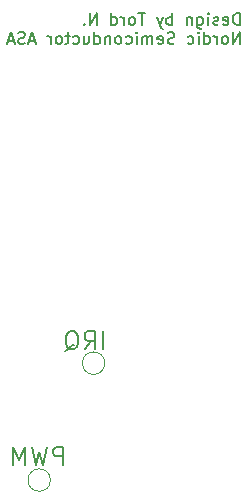
<source format=gbr>
%TF.GenerationSoftware,KiCad,Pcbnew,7.0.5-0*%
%TF.CreationDate,2023-07-31T21:18:35+02:00*%
%TF.ProjectId,wireless-wizard-wand,77697265-6c65-4737-932d-77697a617264,rev?*%
%TF.SameCoordinates,Original*%
%TF.FileFunction,Legend,Bot*%
%TF.FilePolarity,Positive*%
%FSLAX46Y46*%
G04 Gerber Fmt 4.6, Leading zero omitted, Abs format (unit mm)*
G04 Created by KiCad (PCBNEW 7.0.5-0) date 2023-07-31 21:18:35*
%MOMM*%
%LPD*%
G01*
G04 APERTURE LIST*
%ADD10C,0.150000*%
%ADD11C,0.200000*%
%ADD12C,0.120000*%
G04 APERTURE END LIST*
D10*
X104963220Y-30059819D02*
X104963220Y-29059819D01*
X104963220Y-29059819D02*
X104725125Y-29059819D01*
X104725125Y-29059819D02*
X104582268Y-29107438D01*
X104582268Y-29107438D02*
X104487030Y-29202676D01*
X104487030Y-29202676D02*
X104439411Y-29297914D01*
X104439411Y-29297914D02*
X104391792Y-29488390D01*
X104391792Y-29488390D02*
X104391792Y-29631247D01*
X104391792Y-29631247D02*
X104439411Y-29821723D01*
X104439411Y-29821723D02*
X104487030Y-29916961D01*
X104487030Y-29916961D02*
X104582268Y-30012200D01*
X104582268Y-30012200D02*
X104725125Y-30059819D01*
X104725125Y-30059819D02*
X104963220Y-30059819D01*
X103582268Y-30012200D02*
X103677506Y-30059819D01*
X103677506Y-30059819D02*
X103867982Y-30059819D01*
X103867982Y-30059819D02*
X103963220Y-30012200D01*
X103963220Y-30012200D02*
X104010839Y-29916961D01*
X104010839Y-29916961D02*
X104010839Y-29536009D01*
X104010839Y-29536009D02*
X103963220Y-29440771D01*
X103963220Y-29440771D02*
X103867982Y-29393152D01*
X103867982Y-29393152D02*
X103677506Y-29393152D01*
X103677506Y-29393152D02*
X103582268Y-29440771D01*
X103582268Y-29440771D02*
X103534649Y-29536009D01*
X103534649Y-29536009D02*
X103534649Y-29631247D01*
X103534649Y-29631247D02*
X104010839Y-29726485D01*
X103153696Y-30012200D02*
X103058458Y-30059819D01*
X103058458Y-30059819D02*
X102867982Y-30059819D01*
X102867982Y-30059819D02*
X102772744Y-30012200D01*
X102772744Y-30012200D02*
X102725125Y-29916961D01*
X102725125Y-29916961D02*
X102725125Y-29869342D01*
X102725125Y-29869342D02*
X102772744Y-29774104D01*
X102772744Y-29774104D02*
X102867982Y-29726485D01*
X102867982Y-29726485D02*
X103010839Y-29726485D01*
X103010839Y-29726485D02*
X103106077Y-29678866D01*
X103106077Y-29678866D02*
X103153696Y-29583628D01*
X103153696Y-29583628D02*
X103153696Y-29536009D01*
X103153696Y-29536009D02*
X103106077Y-29440771D01*
X103106077Y-29440771D02*
X103010839Y-29393152D01*
X103010839Y-29393152D02*
X102867982Y-29393152D01*
X102867982Y-29393152D02*
X102772744Y-29440771D01*
X102296553Y-30059819D02*
X102296553Y-29393152D01*
X102296553Y-29059819D02*
X102344172Y-29107438D01*
X102344172Y-29107438D02*
X102296553Y-29155057D01*
X102296553Y-29155057D02*
X102248934Y-29107438D01*
X102248934Y-29107438D02*
X102296553Y-29059819D01*
X102296553Y-29059819D02*
X102296553Y-29155057D01*
X101391792Y-29393152D02*
X101391792Y-30202676D01*
X101391792Y-30202676D02*
X101439411Y-30297914D01*
X101439411Y-30297914D02*
X101487030Y-30345533D01*
X101487030Y-30345533D02*
X101582268Y-30393152D01*
X101582268Y-30393152D02*
X101725125Y-30393152D01*
X101725125Y-30393152D02*
X101820363Y-30345533D01*
X101391792Y-30012200D02*
X101487030Y-30059819D01*
X101487030Y-30059819D02*
X101677506Y-30059819D01*
X101677506Y-30059819D02*
X101772744Y-30012200D01*
X101772744Y-30012200D02*
X101820363Y-29964580D01*
X101820363Y-29964580D02*
X101867982Y-29869342D01*
X101867982Y-29869342D02*
X101867982Y-29583628D01*
X101867982Y-29583628D02*
X101820363Y-29488390D01*
X101820363Y-29488390D02*
X101772744Y-29440771D01*
X101772744Y-29440771D02*
X101677506Y-29393152D01*
X101677506Y-29393152D02*
X101487030Y-29393152D01*
X101487030Y-29393152D02*
X101391792Y-29440771D01*
X100915601Y-29393152D02*
X100915601Y-30059819D01*
X100915601Y-29488390D02*
X100867982Y-29440771D01*
X100867982Y-29440771D02*
X100772744Y-29393152D01*
X100772744Y-29393152D02*
X100629887Y-29393152D01*
X100629887Y-29393152D02*
X100534649Y-29440771D01*
X100534649Y-29440771D02*
X100487030Y-29536009D01*
X100487030Y-29536009D02*
X100487030Y-30059819D01*
X99248934Y-30059819D02*
X99248934Y-29059819D01*
X99248934Y-29440771D02*
X99153696Y-29393152D01*
X99153696Y-29393152D02*
X98963220Y-29393152D01*
X98963220Y-29393152D02*
X98867982Y-29440771D01*
X98867982Y-29440771D02*
X98820363Y-29488390D01*
X98820363Y-29488390D02*
X98772744Y-29583628D01*
X98772744Y-29583628D02*
X98772744Y-29869342D01*
X98772744Y-29869342D02*
X98820363Y-29964580D01*
X98820363Y-29964580D02*
X98867982Y-30012200D01*
X98867982Y-30012200D02*
X98963220Y-30059819D01*
X98963220Y-30059819D02*
X99153696Y-30059819D01*
X99153696Y-30059819D02*
X99248934Y-30012200D01*
X98439410Y-29393152D02*
X98201315Y-30059819D01*
X97963220Y-29393152D02*
X98201315Y-30059819D01*
X98201315Y-30059819D02*
X98296553Y-30297914D01*
X98296553Y-30297914D02*
X98344172Y-30345533D01*
X98344172Y-30345533D02*
X98439410Y-30393152D01*
X96963219Y-29059819D02*
X96391791Y-29059819D01*
X96677505Y-30059819D02*
X96677505Y-29059819D01*
X95915600Y-30059819D02*
X96010838Y-30012200D01*
X96010838Y-30012200D02*
X96058457Y-29964580D01*
X96058457Y-29964580D02*
X96106076Y-29869342D01*
X96106076Y-29869342D02*
X96106076Y-29583628D01*
X96106076Y-29583628D02*
X96058457Y-29488390D01*
X96058457Y-29488390D02*
X96010838Y-29440771D01*
X96010838Y-29440771D02*
X95915600Y-29393152D01*
X95915600Y-29393152D02*
X95772743Y-29393152D01*
X95772743Y-29393152D02*
X95677505Y-29440771D01*
X95677505Y-29440771D02*
X95629886Y-29488390D01*
X95629886Y-29488390D02*
X95582267Y-29583628D01*
X95582267Y-29583628D02*
X95582267Y-29869342D01*
X95582267Y-29869342D02*
X95629886Y-29964580D01*
X95629886Y-29964580D02*
X95677505Y-30012200D01*
X95677505Y-30012200D02*
X95772743Y-30059819D01*
X95772743Y-30059819D02*
X95915600Y-30059819D01*
X95153695Y-30059819D02*
X95153695Y-29393152D01*
X95153695Y-29583628D02*
X95106076Y-29488390D01*
X95106076Y-29488390D02*
X95058457Y-29440771D01*
X95058457Y-29440771D02*
X94963219Y-29393152D01*
X94963219Y-29393152D02*
X94867981Y-29393152D01*
X94106076Y-30059819D02*
X94106076Y-29059819D01*
X94106076Y-30012200D02*
X94201314Y-30059819D01*
X94201314Y-30059819D02*
X94391790Y-30059819D01*
X94391790Y-30059819D02*
X94487028Y-30012200D01*
X94487028Y-30012200D02*
X94534647Y-29964580D01*
X94534647Y-29964580D02*
X94582266Y-29869342D01*
X94582266Y-29869342D02*
X94582266Y-29583628D01*
X94582266Y-29583628D02*
X94534647Y-29488390D01*
X94534647Y-29488390D02*
X94487028Y-29440771D01*
X94487028Y-29440771D02*
X94391790Y-29393152D01*
X94391790Y-29393152D02*
X94201314Y-29393152D01*
X94201314Y-29393152D02*
X94106076Y-29440771D01*
X92867980Y-30059819D02*
X92867980Y-29059819D01*
X92867980Y-29059819D02*
X92296552Y-30059819D01*
X92296552Y-30059819D02*
X92296552Y-29059819D01*
X91820361Y-29964580D02*
X91772742Y-30012200D01*
X91772742Y-30012200D02*
X91820361Y-30059819D01*
X91820361Y-30059819D02*
X91867980Y-30012200D01*
X91867980Y-30012200D02*
X91820361Y-29964580D01*
X91820361Y-29964580D02*
X91820361Y-30059819D01*
X104963220Y-31669819D02*
X104963220Y-30669819D01*
X104963220Y-30669819D02*
X104391792Y-31669819D01*
X104391792Y-31669819D02*
X104391792Y-30669819D01*
X103772744Y-31669819D02*
X103867982Y-31622200D01*
X103867982Y-31622200D02*
X103915601Y-31574580D01*
X103915601Y-31574580D02*
X103963220Y-31479342D01*
X103963220Y-31479342D02*
X103963220Y-31193628D01*
X103963220Y-31193628D02*
X103915601Y-31098390D01*
X103915601Y-31098390D02*
X103867982Y-31050771D01*
X103867982Y-31050771D02*
X103772744Y-31003152D01*
X103772744Y-31003152D02*
X103629887Y-31003152D01*
X103629887Y-31003152D02*
X103534649Y-31050771D01*
X103534649Y-31050771D02*
X103487030Y-31098390D01*
X103487030Y-31098390D02*
X103439411Y-31193628D01*
X103439411Y-31193628D02*
X103439411Y-31479342D01*
X103439411Y-31479342D02*
X103487030Y-31574580D01*
X103487030Y-31574580D02*
X103534649Y-31622200D01*
X103534649Y-31622200D02*
X103629887Y-31669819D01*
X103629887Y-31669819D02*
X103772744Y-31669819D01*
X103010839Y-31669819D02*
X103010839Y-31003152D01*
X103010839Y-31193628D02*
X102963220Y-31098390D01*
X102963220Y-31098390D02*
X102915601Y-31050771D01*
X102915601Y-31050771D02*
X102820363Y-31003152D01*
X102820363Y-31003152D02*
X102725125Y-31003152D01*
X101963220Y-31669819D02*
X101963220Y-30669819D01*
X101963220Y-31622200D02*
X102058458Y-31669819D01*
X102058458Y-31669819D02*
X102248934Y-31669819D01*
X102248934Y-31669819D02*
X102344172Y-31622200D01*
X102344172Y-31622200D02*
X102391791Y-31574580D01*
X102391791Y-31574580D02*
X102439410Y-31479342D01*
X102439410Y-31479342D02*
X102439410Y-31193628D01*
X102439410Y-31193628D02*
X102391791Y-31098390D01*
X102391791Y-31098390D02*
X102344172Y-31050771D01*
X102344172Y-31050771D02*
X102248934Y-31003152D01*
X102248934Y-31003152D02*
X102058458Y-31003152D01*
X102058458Y-31003152D02*
X101963220Y-31050771D01*
X101487029Y-31669819D02*
X101487029Y-31003152D01*
X101487029Y-30669819D02*
X101534648Y-30717438D01*
X101534648Y-30717438D02*
X101487029Y-30765057D01*
X101487029Y-30765057D02*
X101439410Y-30717438D01*
X101439410Y-30717438D02*
X101487029Y-30669819D01*
X101487029Y-30669819D02*
X101487029Y-30765057D01*
X100582268Y-31622200D02*
X100677506Y-31669819D01*
X100677506Y-31669819D02*
X100867982Y-31669819D01*
X100867982Y-31669819D02*
X100963220Y-31622200D01*
X100963220Y-31622200D02*
X101010839Y-31574580D01*
X101010839Y-31574580D02*
X101058458Y-31479342D01*
X101058458Y-31479342D02*
X101058458Y-31193628D01*
X101058458Y-31193628D02*
X101010839Y-31098390D01*
X101010839Y-31098390D02*
X100963220Y-31050771D01*
X100963220Y-31050771D02*
X100867982Y-31003152D01*
X100867982Y-31003152D02*
X100677506Y-31003152D01*
X100677506Y-31003152D02*
X100582268Y-31050771D01*
X99439410Y-31622200D02*
X99296553Y-31669819D01*
X99296553Y-31669819D02*
X99058458Y-31669819D01*
X99058458Y-31669819D02*
X98963220Y-31622200D01*
X98963220Y-31622200D02*
X98915601Y-31574580D01*
X98915601Y-31574580D02*
X98867982Y-31479342D01*
X98867982Y-31479342D02*
X98867982Y-31384104D01*
X98867982Y-31384104D02*
X98915601Y-31288866D01*
X98915601Y-31288866D02*
X98963220Y-31241247D01*
X98963220Y-31241247D02*
X99058458Y-31193628D01*
X99058458Y-31193628D02*
X99248934Y-31146009D01*
X99248934Y-31146009D02*
X99344172Y-31098390D01*
X99344172Y-31098390D02*
X99391791Y-31050771D01*
X99391791Y-31050771D02*
X99439410Y-30955533D01*
X99439410Y-30955533D02*
X99439410Y-30860295D01*
X99439410Y-30860295D02*
X99391791Y-30765057D01*
X99391791Y-30765057D02*
X99344172Y-30717438D01*
X99344172Y-30717438D02*
X99248934Y-30669819D01*
X99248934Y-30669819D02*
X99010839Y-30669819D01*
X99010839Y-30669819D02*
X98867982Y-30717438D01*
X98058458Y-31622200D02*
X98153696Y-31669819D01*
X98153696Y-31669819D02*
X98344172Y-31669819D01*
X98344172Y-31669819D02*
X98439410Y-31622200D01*
X98439410Y-31622200D02*
X98487029Y-31526961D01*
X98487029Y-31526961D02*
X98487029Y-31146009D01*
X98487029Y-31146009D02*
X98439410Y-31050771D01*
X98439410Y-31050771D02*
X98344172Y-31003152D01*
X98344172Y-31003152D02*
X98153696Y-31003152D01*
X98153696Y-31003152D02*
X98058458Y-31050771D01*
X98058458Y-31050771D02*
X98010839Y-31146009D01*
X98010839Y-31146009D02*
X98010839Y-31241247D01*
X98010839Y-31241247D02*
X98487029Y-31336485D01*
X97582267Y-31669819D02*
X97582267Y-31003152D01*
X97582267Y-31098390D02*
X97534648Y-31050771D01*
X97534648Y-31050771D02*
X97439410Y-31003152D01*
X97439410Y-31003152D02*
X97296553Y-31003152D01*
X97296553Y-31003152D02*
X97201315Y-31050771D01*
X97201315Y-31050771D02*
X97153696Y-31146009D01*
X97153696Y-31146009D02*
X97153696Y-31669819D01*
X97153696Y-31146009D02*
X97106077Y-31050771D01*
X97106077Y-31050771D02*
X97010839Y-31003152D01*
X97010839Y-31003152D02*
X96867982Y-31003152D01*
X96867982Y-31003152D02*
X96772743Y-31050771D01*
X96772743Y-31050771D02*
X96725124Y-31146009D01*
X96725124Y-31146009D02*
X96725124Y-31669819D01*
X96248934Y-31669819D02*
X96248934Y-31003152D01*
X96248934Y-30669819D02*
X96296553Y-30717438D01*
X96296553Y-30717438D02*
X96248934Y-30765057D01*
X96248934Y-30765057D02*
X96201315Y-30717438D01*
X96201315Y-30717438D02*
X96248934Y-30669819D01*
X96248934Y-30669819D02*
X96248934Y-30765057D01*
X95344173Y-31622200D02*
X95439411Y-31669819D01*
X95439411Y-31669819D02*
X95629887Y-31669819D01*
X95629887Y-31669819D02*
X95725125Y-31622200D01*
X95725125Y-31622200D02*
X95772744Y-31574580D01*
X95772744Y-31574580D02*
X95820363Y-31479342D01*
X95820363Y-31479342D02*
X95820363Y-31193628D01*
X95820363Y-31193628D02*
X95772744Y-31098390D01*
X95772744Y-31098390D02*
X95725125Y-31050771D01*
X95725125Y-31050771D02*
X95629887Y-31003152D01*
X95629887Y-31003152D02*
X95439411Y-31003152D01*
X95439411Y-31003152D02*
X95344173Y-31050771D01*
X94772744Y-31669819D02*
X94867982Y-31622200D01*
X94867982Y-31622200D02*
X94915601Y-31574580D01*
X94915601Y-31574580D02*
X94963220Y-31479342D01*
X94963220Y-31479342D02*
X94963220Y-31193628D01*
X94963220Y-31193628D02*
X94915601Y-31098390D01*
X94915601Y-31098390D02*
X94867982Y-31050771D01*
X94867982Y-31050771D02*
X94772744Y-31003152D01*
X94772744Y-31003152D02*
X94629887Y-31003152D01*
X94629887Y-31003152D02*
X94534649Y-31050771D01*
X94534649Y-31050771D02*
X94487030Y-31098390D01*
X94487030Y-31098390D02*
X94439411Y-31193628D01*
X94439411Y-31193628D02*
X94439411Y-31479342D01*
X94439411Y-31479342D02*
X94487030Y-31574580D01*
X94487030Y-31574580D02*
X94534649Y-31622200D01*
X94534649Y-31622200D02*
X94629887Y-31669819D01*
X94629887Y-31669819D02*
X94772744Y-31669819D01*
X94010839Y-31003152D02*
X94010839Y-31669819D01*
X94010839Y-31098390D02*
X93963220Y-31050771D01*
X93963220Y-31050771D02*
X93867982Y-31003152D01*
X93867982Y-31003152D02*
X93725125Y-31003152D01*
X93725125Y-31003152D02*
X93629887Y-31050771D01*
X93629887Y-31050771D02*
X93582268Y-31146009D01*
X93582268Y-31146009D02*
X93582268Y-31669819D01*
X92677506Y-31669819D02*
X92677506Y-30669819D01*
X92677506Y-31622200D02*
X92772744Y-31669819D01*
X92772744Y-31669819D02*
X92963220Y-31669819D01*
X92963220Y-31669819D02*
X93058458Y-31622200D01*
X93058458Y-31622200D02*
X93106077Y-31574580D01*
X93106077Y-31574580D02*
X93153696Y-31479342D01*
X93153696Y-31479342D02*
X93153696Y-31193628D01*
X93153696Y-31193628D02*
X93106077Y-31098390D01*
X93106077Y-31098390D02*
X93058458Y-31050771D01*
X93058458Y-31050771D02*
X92963220Y-31003152D01*
X92963220Y-31003152D02*
X92772744Y-31003152D01*
X92772744Y-31003152D02*
X92677506Y-31050771D01*
X91772744Y-31003152D02*
X91772744Y-31669819D01*
X92201315Y-31003152D02*
X92201315Y-31526961D01*
X92201315Y-31526961D02*
X92153696Y-31622200D01*
X92153696Y-31622200D02*
X92058458Y-31669819D01*
X92058458Y-31669819D02*
X91915601Y-31669819D01*
X91915601Y-31669819D02*
X91820363Y-31622200D01*
X91820363Y-31622200D02*
X91772744Y-31574580D01*
X90867982Y-31622200D02*
X90963220Y-31669819D01*
X90963220Y-31669819D02*
X91153696Y-31669819D01*
X91153696Y-31669819D02*
X91248934Y-31622200D01*
X91248934Y-31622200D02*
X91296553Y-31574580D01*
X91296553Y-31574580D02*
X91344172Y-31479342D01*
X91344172Y-31479342D02*
X91344172Y-31193628D01*
X91344172Y-31193628D02*
X91296553Y-31098390D01*
X91296553Y-31098390D02*
X91248934Y-31050771D01*
X91248934Y-31050771D02*
X91153696Y-31003152D01*
X91153696Y-31003152D02*
X90963220Y-31003152D01*
X90963220Y-31003152D02*
X90867982Y-31050771D01*
X90582267Y-31003152D02*
X90201315Y-31003152D01*
X90439410Y-30669819D02*
X90439410Y-31526961D01*
X90439410Y-31526961D02*
X90391791Y-31622200D01*
X90391791Y-31622200D02*
X90296553Y-31669819D01*
X90296553Y-31669819D02*
X90201315Y-31669819D01*
X89725124Y-31669819D02*
X89820362Y-31622200D01*
X89820362Y-31622200D02*
X89867981Y-31574580D01*
X89867981Y-31574580D02*
X89915600Y-31479342D01*
X89915600Y-31479342D02*
X89915600Y-31193628D01*
X89915600Y-31193628D02*
X89867981Y-31098390D01*
X89867981Y-31098390D02*
X89820362Y-31050771D01*
X89820362Y-31050771D02*
X89725124Y-31003152D01*
X89725124Y-31003152D02*
X89582267Y-31003152D01*
X89582267Y-31003152D02*
X89487029Y-31050771D01*
X89487029Y-31050771D02*
X89439410Y-31098390D01*
X89439410Y-31098390D02*
X89391791Y-31193628D01*
X89391791Y-31193628D02*
X89391791Y-31479342D01*
X89391791Y-31479342D02*
X89439410Y-31574580D01*
X89439410Y-31574580D02*
X89487029Y-31622200D01*
X89487029Y-31622200D02*
X89582267Y-31669819D01*
X89582267Y-31669819D02*
X89725124Y-31669819D01*
X88963219Y-31669819D02*
X88963219Y-31003152D01*
X88963219Y-31193628D02*
X88915600Y-31098390D01*
X88915600Y-31098390D02*
X88867981Y-31050771D01*
X88867981Y-31050771D02*
X88772743Y-31003152D01*
X88772743Y-31003152D02*
X88677505Y-31003152D01*
X87629885Y-31384104D02*
X87153695Y-31384104D01*
X87725123Y-31669819D02*
X87391790Y-30669819D01*
X87391790Y-30669819D02*
X87058457Y-31669819D01*
X86772742Y-31622200D02*
X86629885Y-31669819D01*
X86629885Y-31669819D02*
X86391790Y-31669819D01*
X86391790Y-31669819D02*
X86296552Y-31622200D01*
X86296552Y-31622200D02*
X86248933Y-31574580D01*
X86248933Y-31574580D02*
X86201314Y-31479342D01*
X86201314Y-31479342D02*
X86201314Y-31384104D01*
X86201314Y-31384104D02*
X86248933Y-31288866D01*
X86248933Y-31288866D02*
X86296552Y-31241247D01*
X86296552Y-31241247D02*
X86391790Y-31193628D01*
X86391790Y-31193628D02*
X86582266Y-31146009D01*
X86582266Y-31146009D02*
X86677504Y-31098390D01*
X86677504Y-31098390D02*
X86725123Y-31050771D01*
X86725123Y-31050771D02*
X86772742Y-30955533D01*
X86772742Y-30955533D02*
X86772742Y-30860295D01*
X86772742Y-30860295D02*
X86725123Y-30765057D01*
X86725123Y-30765057D02*
X86677504Y-30717438D01*
X86677504Y-30717438D02*
X86582266Y-30669819D01*
X86582266Y-30669819D02*
X86344171Y-30669819D01*
X86344171Y-30669819D02*
X86201314Y-30717438D01*
X85820361Y-31384104D02*
X85344171Y-31384104D01*
X85915599Y-31669819D02*
X85582266Y-30669819D01*
X85582266Y-30669819D02*
X85248933Y-31669819D01*
D11*
X93411279Y-57506028D02*
X93411279Y-56006028D01*
X91839850Y-57506028D02*
X92339850Y-56791742D01*
X92696993Y-57506028D02*
X92696993Y-56006028D01*
X92696993Y-56006028D02*
X92125564Y-56006028D01*
X92125564Y-56006028D02*
X91982707Y-56077457D01*
X91982707Y-56077457D02*
X91911278Y-56148885D01*
X91911278Y-56148885D02*
X91839850Y-56291742D01*
X91839850Y-56291742D02*
X91839850Y-56506028D01*
X91839850Y-56506028D02*
X91911278Y-56648885D01*
X91911278Y-56648885D02*
X91982707Y-56720314D01*
X91982707Y-56720314D02*
X92125564Y-56791742D01*
X92125564Y-56791742D02*
X92696993Y-56791742D01*
X90196993Y-57648885D02*
X90339850Y-57577457D01*
X90339850Y-57577457D02*
X90482707Y-57434600D01*
X90482707Y-57434600D02*
X90696993Y-57220314D01*
X90696993Y-57220314D02*
X90839850Y-57148885D01*
X90839850Y-57148885D02*
X90982707Y-57148885D01*
X90911278Y-57506028D02*
X91054136Y-57434600D01*
X91054136Y-57434600D02*
X91196993Y-57291742D01*
X91196993Y-57291742D02*
X91268421Y-57006028D01*
X91268421Y-57006028D02*
X91268421Y-56506028D01*
X91268421Y-56506028D02*
X91196993Y-56220314D01*
X91196993Y-56220314D02*
X91054136Y-56077457D01*
X91054136Y-56077457D02*
X90911278Y-56006028D01*
X90911278Y-56006028D02*
X90625564Y-56006028D01*
X90625564Y-56006028D02*
X90482707Y-56077457D01*
X90482707Y-56077457D02*
X90339850Y-56220314D01*
X90339850Y-56220314D02*
X90268421Y-56506028D01*
X90268421Y-56506028D02*
X90268421Y-57006028D01*
X90268421Y-57006028D02*
X90339850Y-57291742D01*
X90339850Y-57291742D02*
X90482707Y-57434600D01*
X90482707Y-57434600D02*
X90625564Y-57506028D01*
X90625564Y-57506028D02*
X90911278Y-57506028D01*
X90011279Y-67306028D02*
X90011279Y-65806028D01*
X90011279Y-65806028D02*
X89439850Y-65806028D01*
X89439850Y-65806028D02*
X89296993Y-65877457D01*
X89296993Y-65877457D02*
X89225564Y-65948885D01*
X89225564Y-65948885D02*
X89154136Y-66091742D01*
X89154136Y-66091742D02*
X89154136Y-66306028D01*
X89154136Y-66306028D02*
X89225564Y-66448885D01*
X89225564Y-66448885D02*
X89296993Y-66520314D01*
X89296993Y-66520314D02*
X89439850Y-66591742D01*
X89439850Y-66591742D02*
X90011279Y-66591742D01*
X88654136Y-65806028D02*
X88296993Y-67306028D01*
X88296993Y-67306028D02*
X88011279Y-66234600D01*
X88011279Y-66234600D02*
X87725564Y-67306028D01*
X87725564Y-67306028D02*
X87368422Y-65806028D01*
X86796993Y-67306028D02*
X86796993Y-65806028D01*
X86796993Y-65806028D02*
X86296993Y-66877457D01*
X86296993Y-66877457D02*
X85796993Y-65806028D01*
X85796993Y-65806028D02*
X85796993Y-67306028D01*
D12*
%TO.C,TP2*%
X93550000Y-58700000D02*
G75*
G03*
X93550000Y-58700000I-950000J0D01*
G01*
%TO.C,TP1*%
X88950000Y-68600000D02*
G75*
G03*
X88950000Y-68600000I-950000J0D01*
G01*
%TD*%
M02*

</source>
